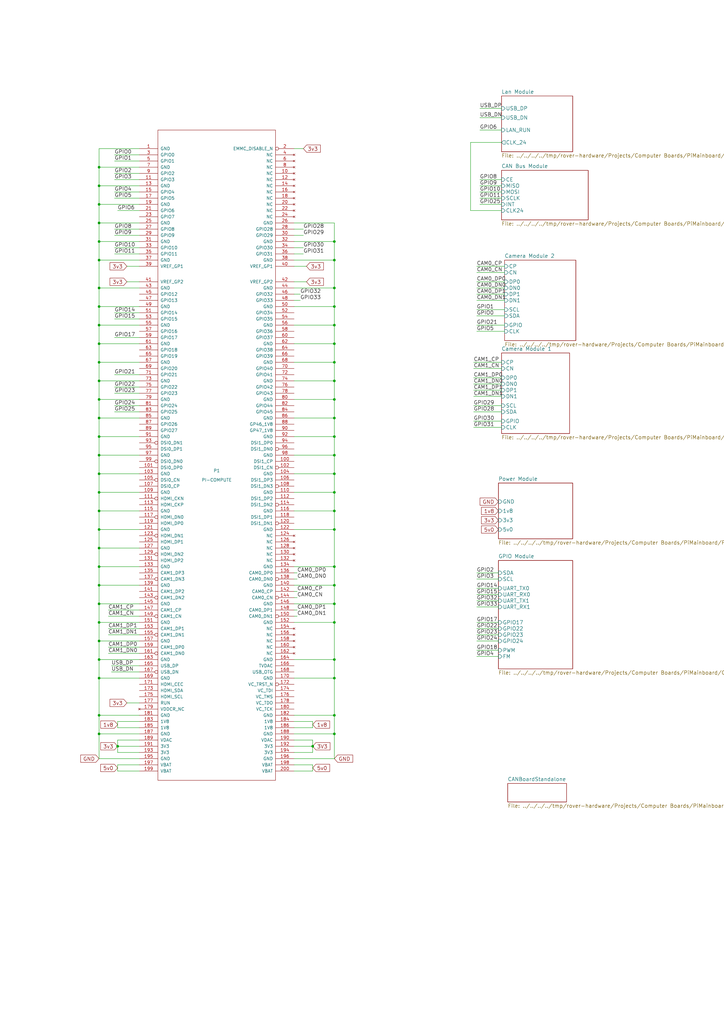
<source format=kicad_sch>
(kicad_sch (version 20230121) (generator eeschema)
  (paper "A3" portrait)
  (title_block (title "Rover Mainboard") (date "2015-11-08") (rev "1") (company "University of Saskatchewan Space Design Team") (comment 2 "Checked: <CHECK ME!>") (comment 3 "Design: Austin Shirley"))
  (lib_symbols
    (symbol "PiMainboard-rescue:PI-COMPUTE" (pin_names (offset 1.016))
      (property "Reference" "P" (at 0 -2.54 0))
      (property "Value" "PI-COMPUTE" (at 0 -6.35 0))
      (symbol "PI-COMPUTE_1_0"
        (rectangle (start -24.13 -129.54) (end 24.13 137.16))
      )
      (symbol "PI-COMPUTE_1_1"
        (pin power_in line (at -31.75 129.54 0) (length 7.62) (name "GND") (number "1"))
        (pin no_connect line (at 31.75 119.38 180) (length 7.62) (name "NC") (number "10"))
        (pin output line (at 31.75 1.27 180) (length 7.62) (name "DSI1_CP") (number "100"))
        (pin output line (at -31.75 -1.27 0) (length 7.62) (name "DSI0_DP0") (number "101"))
        (pin output inverted (at 31.75 -1.27 180) (length 7.62) (name "DSI1_CN") (number "102"))
        (pin power_in line (at -31.75 -3.81 0) (length 7.62) (name "GND") (number "103"))
        (pin power_in line (at 31.75 -3.81 180) (length 7.62) (name "GND") (number "104"))
        (pin output inverted (at -31.75 -6.35 0) (length 7.62) (name "DSI0_CN") (number "105"))
        (pin output line (at 31.75 -6.35 180) (length 7.62) (name "DSI1_DP3") (number "106"))
        (pin output line (at -31.75 -8.89 0) (length 7.62) (name "DSI0_CP") (number "107"))
        (pin output inverted (at 31.75 -8.89 180) (length 7.62) (name "DSI1_DN3") (number "108"))
        (pin power_in line (at -31.75 -11.43 0) (length 7.62) (name "GND") (number "109"))
        (pin bidirectional line (at -31.75 116.84 0) (length 7.62) (name "GPIO3") (number "11"))
        (pin power_in line (at 31.75 -11.43 180) (length 7.62) (name "GND") (number "110"))
        (pin output inverted (at -31.75 -13.97 0) (length 7.62) (name "HDMI_CKN") (number "111"))
        (pin output line (at 31.75 -13.97 180) (length 7.62) (name "DSI1_DP2") (number "112"))
        (pin output line (at -31.75 -16.51 0) (length 7.62) (name "HDMI_CKP") (number "113"))
        (pin output inverted (at 31.75 -16.51 180) (length 7.62) (name "DSI1_DN2") (number "114"))
        (pin power_in line (at -31.75 -19.05 0) (length 7.62) (name "GND") (number "115"))
        (pin power_in line (at 31.75 -19.05 180) (length 7.62) (name "GND") (number "116"))
        (pin output inverted (at -31.75 -21.59 0) (length 7.62) (name "HDMI_DN0") (number "117"))
        (pin output line (at 31.75 -21.59 180) (length 7.62) (name "DSI1_DP1") (number "118"))
        (pin output line (at -31.75 -24.13 0) (length 7.62) (name "HDMI_DP0") (number "119"))
        (pin no_connect line (at 31.75 116.84 180) (length 7.62) (name "NC") (number "12"))
        (pin output inverted (at 31.75 -24.13 180) (length 7.62) (name "DSI1_DN1") (number "120"))
        (pin power_in line (at -31.75 -26.67 0) (length 7.62) (name "GND") (number "121"))
        (pin power_in line (at 31.75 -26.67 180) (length 7.62) (name "GND") (number "122"))
        (pin output inverted (at -31.75 -29.21 0) (length 7.62) (name "HDMI_DN1") (number "123"))
        (pin no_connect line (at 31.75 -29.21 180) (length 7.62) (name "NC") (number "124"))
        (pin output line (at -31.75 -31.75 0) (length 7.62) (name "HDMI_DP1") (number "125"))
        (pin no_connect line (at 31.75 -31.75 180) (length 7.62) (name "NC") (number "126"))
        (pin power_in line (at -31.75 -34.29 0) (length 7.62) (name "GND") (number "127"))
        (pin no_connect line (at 31.75 -34.29 180) (length 7.62) (name "NC") (number "128"))
        (pin output inverted (at -31.75 -36.83 0) (length 7.62) (name "HDMI_DN2") (number "129"))
        (pin power_in line (at -31.75 114.3 0) (length 7.62) (name "GND") (number "13"))
        (pin no_connect line (at 31.75 -36.83 180) (length 7.62) (name "NC") (number "130"))
        (pin output line (at -31.75 -39.37 0) (length 7.62) (name "HDMI_DP2") (number "131"))
        (pin no_connect line (at 31.75 -39.37 180) (length 7.62) (name "NC") (number "132"))
        (pin power_in line (at -31.75 -41.91 0) (length 7.62) (name "GND") (number "133"))
        (pin power_in line (at 31.75 -41.91 180) (length 7.62) (name "GND") (number "134"))
        (pin output line (at -31.75 -44.45 0) (length 7.62) (name "CAM1_DP3") (number "135"))
        (pin input line (at 31.75 -44.45 180) (length 7.62) (name "CAM0_DP0") (number "136"))
        (pin input inverted (at -31.75 -46.99 0) (length 7.62) (name "CAM1_DN3") (number "137"))
        (pin input inverted (at 31.75 -46.99 180) (length 7.62) (name "CAM0_DN0") (number "138"))
        (pin power_in line (at -31.75 -49.53 0) (length 7.62) (name "GND") (number "139"))
        (pin no_connect line (at 31.75 114.3 180) (length 7.62) (name "NC") (number "14"))
        (pin power_in line (at 31.75 -49.53 180) (length 7.62) (name "GND") (number "140"))
        (pin input line (at -31.75 -52.07 0) (length 7.62) (name "CAM1_DP2") (number "141"))
        (pin input line (at 31.75 -52.07 180) (length 7.62) (name "CAM0_CP") (number "142"))
        (pin input inverted (at -31.75 -54.61 0) (length 7.62) (name "CAM1_DN2") (number "143"))
        (pin input inverted (at 31.75 -54.61 180) (length 7.62) (name "CAM0_CN") (number "144"))
        (pin power_in line (at -31.75 -57.15 0) (length 7.62) (name "GND") (number "145"))
        (pin power_in line (at 31.75 -57.15 180) (length 7.62) (name "GND") (number "146"))
        (pin input line (at -31.75 -59.69 0) (length 7.62) (name "CAM1_CP") (number "147"))
        (pin input line (at 31.75 -59.69 180) (length 7.62) (name "CAM0_DP1") (number "148"))
        (pin input inverted (at -31.75 -62.23 0) (length 7.62) (name "CAM1_CN") (number "149"))
        (pin bidirectional line (at -31.75 111.76 0) (length 7.62) (name "GPIO4") (number "15"))
        (pin input inverted (at 31.75 -62.23 180) (length 7.62) (name "CAM0_DN1") (number "150"))
        (pin power_in line (at -31.75 -64.77 0) (length 7.62) (name "GND") (number "151"))
        (pin power_in line (at 31.75 -64.77 180) (length 7.62) (name "GND") (number "152"))
        (pin input line (at -31.75 -67.31 0) (length 7.62) (name "CAM1_DP1") (number "153"))
        (pin no_connect line (at 31.75 -67.31 180) (length 7.62) (name "NC") (number "154"))
        (pin input inverted (at -31.75 -69.85 0) (length 7.62) (name "CAM1_DN1") (number "155"))
        (pin no_connect line (at 31.75 -69.85 180) (length 7.62) (name "NC") (number "156"))
        (pin power_in line (at -31.75 -72.39 0) (length 7.62) (name "GND") (number "157"))
        (pin no_connect line (at 31.75 -72.39 180) (length 7.62) (name "NC") (number "158"))
        (pin input line (at -31.75 -74.93 0) (length 7.62) (name "CAM1_DP0") (number "159"))
        (pin no_connect line (at 31.75 111.76 180) (length 7.62) (name "NC") (number "16"))
        (pin no_connect line (at 31.75 -74.93 180) (length 7.62) (name "NC") (number "160"))
        (pin input inverted (at -31.75 -77.47 0) (length 7.62) (name "CAM1_DN0") (number "161"))
        (pin no_connect line (at 31.75 -77.47 180) (length 7.62) (name "NC") (number "162"))
        (pin power_in line (at -31.75 -80.01 0) (length 7.62) (name "GND") (number "163"))
        (pin power_in line (at 31.75 -80.01 180) (length 7.62) (name "GND") (number "164"))
        (pin bidirectional line (at -31.75 -82.55 0) (length 7.62) (name "USB_DP") (number "165"))
        (pin output line (at 31.75 -82.55 180) (length 7.62) (name "TVDAC") (number "166"))
        (pin bidirectional inverted (at -31.75 -85.09 0) (length 7.62) (name "USB_DN") (number "167"))
        (pin output line (at 31.75 -85.09 180) (length 7.62) (name "USB_OTG") (number "168"))
        (pin power_in line (at -31.75 -87.63 0) (length 7.62) (name "GND") (number "169"))
        (pin bidirectional line (at -31.75 109.22 0) (length 7.62) (name "GPIO5") (number "17"))
        (pin power_in line (at 31.75 -87.63 180) (length 7.62) (name "GND") (number "170"))
        (pin output line (at -31.75 -90.17 0) (length 7.62) (name "HDMI_CEC") (number "171"))
        (pin input inverted (at 31.75 -90.17 180) (length 7.62) (name "VC_TRST_N") (number "172"))
        (pin output line (at -31.75 -92.71 0) (length 7.62) (name "HDMI_SDA") (number "173"))
        (pin input line (at 31.75 -92.71 180) (length 7.62) (name "VC_TDI") (number "174"))
        (pin output line (at -31.75 -95.25 0) (length 7.62) (name "HDMI_SCL") (number "175"))
        (pin input line (at 31.75 -95.25 180) (length 7.62) (name "VC_TMS") (number "176"))
        (pin input line (at -31.75 -97.79 0) (length 7.62) (name "RUN") (number "177"))
        (pin output line (at 31.75 -97.79 180) (length 7.62) (name "VC_TDO") (number "178"))
        (pin no_connect line (at -31.75 -100.33 0) (length 7.62) (name "VDDCR_NC") (number "179"))
        (pin no_connect line (at 31.75 109.22 180) (length 7.62) (name "NC") (number "18"))
        (pin input line (at 31.75 -100.33 180) (length 7.62) (name "VC_TCK") (number "180"))
        (pin power_in line (at -31.75 -102.87 0) (length 7.62) (name "GND") (number "181"))
        (pin power_in line (at 31.75 -102.87 180) (length 7.62) (name "GND") (number "182"))
        (pin power_in line (at -31.75 -105.41 0) (length 7.62) (name "1V8") (number "183"))
        (pin power_in line (at 31.75 -105.41 180) (length 7.62) (name "1V8") (number "184"))
        (pin power_in line (at -31.75 -107.95 0) (length 7.62) (name "1V8") (number "185"))
        (pin power_in line (at 31.75 -107.95 180) (length 7.62) (name "1V8") (number "186"))
        (pin power_in line (at -31.75 -110.49 0) (length 7.62) (name "GND") (number "187"))
        (pin power_in line (at 31.75 -110.49 180) (length 7.62) (name "GND") (number "188"))
        (pin power_in line (at -31.75 -113.03 0) (length 7.62) (name "VDAC") (number "189"))
        (pin power_in line (at -31.75 106.68 0) (length 7.62) (name "GND") (number "19"))
        (pin power_in line (at 31.75 -113.03 180) (length 7.62) (name "VDAC") (number "190"))
        (pin power_in line (at -31.75 -115.57 0) (length 7.62) (name "3V3") (number "191"))
        (pin power_in line (at 31.75 -115.57 180) (length 7.62) (name "3V3") (number "192"))
        (pin power_in line (at -31.75 -118.11 0) (length 7.62) (name "3V3") (number "193"))
        (pin power_in line (at 31.75 -118.11 180) (length 7.62) (name "3V3") (number "194"))
        (pin power_in line (at -31.75 -120.65 0) (length 7.62) (name "GND") (number "195"))
        (pin power_in line (at 31.75 -120.65 180) (length 7.62) (name "GND") (number "196"))
        (pin power_in line (at -31.75 -123.19 0) (length 7.62) (name "VBAT") (number "197"))
        (pin power_in line (at 31.75 -123.19 180) (length 7.62) (name "VBAT") (number "198"))
        (pin power_in line (at -31.75 -125.73 0) (length 7.62) (name "VBAT") (number "199"))
        (pin input inverted (at 31.75 129.54 180) (length 7.62) (name "EMMC_DISABLE_N") (number "2"))
        (pin no_connect line (at 31.75 106.68 180) (length 7.62) (name "NC") (number "20"))
        (pin power_in line (at 31.75 -125.73 180) (length 7.62) (name "VBAT") (number "200"))
        (pin bidirectional line (at -31.75 104.14 0) (length 7.62) (name "GPIO6") (number "21"))
        (pin no_connect line (at 31.75 104.14 180) (length 7.62) (name "NC") (number "22"))
        (pin bidirectional line (at -31.75 101.6 0) (length 7.62) (name "GPIO7") (number "23"))
        (pin no_connect line (at 31.75 101.6 180) (length 7.62) (name "NC") (number "24"))
        (pin power_in line (at -31.75 99.06 0) (length 7.62) (name "GND") (number "25"))
        (pin power_in line (at 31.75 99.06 180) (length 7.62) (name "GND") (number "26"))
        (pin bidirectional line (at -31.75 96.52 0) (length 7.62) (name "GPIO8") (number "27"))
        (pin bidirectional line (at 31.75 96.52 180) (length 7.62) (name "GPIO28") (number "28"))
        (pin bidirectional line (at -31.75 93.98 0) (length 7.62) (name "GPIO9") (number "29"))
        (pin bidirectional line (at -31.75 127 0) (length 7.62) (name "GPIO0") (number "3"))
        (pin bidirectional line (at 31.75 93.98 180) (length 7.62) (name "GPIO29") (number "30"))
        (pin power_in line (at -31.75 91.44 0) (length 7.62) (name "GND") (number "31"))
        (pin power_in line (at 31.75 91.44 180) (length 7.62) (name "GND") (number "32"))
        (pin bidirectional line (at -31.75 88.9 0) (length 7.62) (name "GPIO10") (number "33"))
        (pin bidirectional line (at 31.75 88.9 180) (length 7.62) (name "GPIO30") (number "34"))
        (pin bidirectional line (at -31.75 86.36 0) (length 7.62) (name "GPIO11") (number "35"))
        (pin bidirectional line (at 31.75 86.36 180) (length 7.62) (name "GPIO31") (number "36"))
        (pin power_in line (at -31.75 83.82 0) (length 7.62) (name "GND") (number "37"))
        (pin power_in line (at 31.75 83.82 180) (length 7.62) (name "GND") (number "38"))
        (pin power_in line (at -31.75 81.28 0) (length 7.62) (name "VREF_GP1") (number "39"))
        (pin no_connect line (at 31.75 127 180) (length 7.62) (name "NC") (number "4"))
        (pin power_in line (at 31.75 81.28 180) (length 7.62) (name "VREF_GP1") (number "40"))
        (pin power_in line (at -31.75 74.93 0) (length 7.62) (name "VREF_GP2") (number "41"))
        (pin power_in line (at 31.75 74.93 180) (length 7.62) (name "VREF_GP2") (number "42"))
        (pin power_in line (at -31.75 72.39 0) (length 7.62) (name "GND") (number "43"))
        (pin power_in line (at 31.75 72.39 180) (length 7.62) (name "GND") (number "44"))
        (pin bidirectional line (at -31.75 69.85 0) (length 7.62) (name "GPIO12") (number "45"))
        (pin bidirectional line (at 31.75 69.85 180) (length 7.62) (name "GPIO32") (number "46"))
        (pin bidirectional line (at -31.75 67.31 0) (length 7.62) (name "GPIO13") (number "47"))
        (pin bidirectional line (at 31.75 67.31 180) (length 7.62) (name "GPIO33") (number "48"))
        (pin power_in line (at -31.75 64.77 0) (length 7.62) (name "GND") (number "49"))
        (pin bidirectional line (at -31.75 124.46 0) (length 7.62) (name "GPIO1") (number "5"))
        (pin power_in line (at 31.75 64.77 180) (length 7.62) (name "GND") (number "50"))
        (pin bidirectional line (at -31.75 62.23 0) (length 7.62) (name "GPIO14") (number "51"))
        (pin bidirectional line (at 31.75 62.23 180) (length 7.62) (name "GPIO34") (number "52"))
        (pin bidirectional line (at -31.75 59.69 0) (length 7.62) (name "GPIO15") (number "53"))
        (pin bidirectional line (at 31.75 59.69 180) (length 7.62) (name "GPIO35") (number "54"))
        (pin power_in line (at -31.75 57.15 0) (length 7.62) (name "GND") (number "55"))
        (pin power_in line (at 31.75 57.15 180) (length 7.62) (name "GND") (number "56"))
        (pin bidirectional line (at -31.75 54.61 0) (length 7.62) (name "GPIO16") (number "57"))
        (pin bidirectional line (at 31.75 54.61 180) (length 7.62) (name "GPIO36") (number "58"))
        (pin bidirectional line (at -31.75 52.07 0) (length 7.62) (name "GPIO17") (number "59"))
        (pin no_connect line (at 31.75 124.46 180) (length 7.62) (name "NC") (number "6"))
        (pin bidirectional line (at 31.75 52.07 180) (length 7.62) (name "GPIO37") (number "60"))
        (pin power_in line (at -31.75 49.53 0) (length 7.62) (name "GND") (number "61"))
        (pin power_in line (at 31.75 49.53 180) (length 7.62) (name "GND") (number "62"))
        (pin bidirectional line (at -31.75 46.99 0) (length 7.62) (name "GPIO18") (number "63"))
        (pin bidirectional line (at 31.75 46.99 180) (length 7.62) (name "GPIO38") (number "64"))
        (pin bidirectional line (at -31.75 44.45 0) (length 7.62) (name "GPIO19") (number "65"))
        (pin bidirectional line (at 31.75 44.45 180) (length 7.62) (name "GPIO39") (number "66"))
        (pin power_in line (at -31.75 41.91 0) (length 7.62) (name "GND") (number "67"))
        (pin power_in line (at 31.75 41.91 180) (length 7.62) (name "GND") (number "68"))
        (pin bidirectional line (at -31.75 39.37 0) (length 7.62) (name "GPIO20") (number "69"))
        (pin power_in line (at -31.75 121.92 0) (length 7.62) (name "GND") (number "7"))
        (pin bidirectional line (at 31.75 39.37 180) (length 7.62) (name "GPIO40") (number "70"))
        (pin bidirectional line (at -31.75 36.83 0) (length 7.62) (name "GPIO21") (number "71"))
        (pin bidirectional line (at 31.75 36.83 180) (length 7.62) (name "GPIO41") (number "72"))
        (pin power_in line (at -31.75 34.29 0) (length 7.62) (name "GND") (number "73"))
        (pin power_in line (at 31.75 34.29 180) (length 7.62) (name "GND") (number "74"))
        (pin bidirectional line (at -31.75 31.75 0) (length 7.62) (name "GPIO22") (number "75"))
        (pin bidirectional line (at 31.75 31.75 180) (length 7.62) (name "GPIO42") (number "76"))
        (pin bidirectional line (at -31.75 29.21 0) (length 7.62) (name "GPIO23") (number "77"))
        (pin bidirectional line (at 31.75 29.21 180) (length 7.62) (name "GPIO43") (number "78"))
        (pin power_in line (at -31.75 26.67 0) (length 7.62) (name "GND") (number "79"))
        (pin no_connect line (at 31.75 121.92 180) (length 7.62) (name "NC") (number "8"))
        (pin power_in line (at 31.75 26.67 180) (length 7.62) (name "GND") (number "80"))
        (pin bidirectional line (at -31.75 24.13 0) (length 7.62) (name "GPIO24") (number "81"))
        (pin bidirectional line (at 31.75 24.13 180) (length 7.62) (name "GPIO44") (number "82"))
        (pin bidirectional line (at -31.75 21.59 0) (length 7.62) (name "GPIO25") (number "83"))
        (pin bidirectional line (at 31.75 21.59 180) (length 7.62) (name "GPIO45") (number "84"))
        (pin power_in line (at -31.75 19.05 0) (length 7.62) (name "GND") (number "85"))
        (pin power_in line (at 31.75 19.05 180) (length 7.62) (name "GND") (number "86"))
        (pin bidirectional line (at -31.75 16.51 0) (length 7.62) (name "GPIO26") (number "87"))
        (pin output line (at 31.75 16.51 180) (length 7.62) (name "GP46_1V8") (number "88"))
        (pin bidirectional line (at -31.75 13.97 0) (length 7.62) (name "GPIO27") (number "89"))
        (pin bidirectional line (at -31.75 119.38 0) (length 7.62) (name "GPIO2") (number "9"))
        (pin output line (at 31.75 13.97 180) (length 7.62) (name "GP47_1V8") (number "90"))
        (pin power_in line (at -31.75 11.43 0) (length 7.62) (name "GND") (number "91"))
        (pin power_in line (at 31.75 11.43 180) (length 7.62) (name "GND") (number "92"))
        (pin output inverted (at -31.75 8.89 0) (length 7.62) (name "DSI0_DN1") (number "93"))
        (pin output line (at 31.75 8.89 180) (length 7.62) (name "DSI1_DP0") (number "94"))
        (pin output line (at -31.75 6.35 0) (length 7.62) (name "DSI0_DP1") (number "95"))
        (pin output inverted (at 31.75 6.35 180) (length 7.62) (name "DSI1_DN0") (number "96"))
        (pin power_in line (at -31.75 3.81 0) (length 7.62) (name "GND") (number "97"))
        (pin power_in line (at 31.75 3.81 180) (length 7.62) (name "GND") (number "98"))
        (pin output inverted (at -31.75 1.27 0) (length 7.62) (name "DSI0_DN0") (number "99"))
      )
    )
  )
  (junction (at 40.64 255.27))
  (junction (at 137.16 133.35))
  (junction (at 137.16 247.65))
  (junction (at 40.64 293.37))
  (junction (at 137.16 278.13))
  (junction (at 40.64 140.97))
  (junction (at 40.64 99.06))
  (junction (at 40.64 300.99))
  (junction (at 137.16 118.11))
  (junction (at 40.64 148.59))
  (junction (at 40.64 201.93))
  (junction (at 40.64 278.13))
  (junction (at 40.64 194.31))
  (junction (at 40.64 179.07))
  (junction (at 137.16 163.83))
  (junction (at 40.64 156.21))
  (junction (at 137.16 201.93))
  (junction (at 137.16 194.31))
  (junction (at 40.64 209.55))
  (junction (at 40.64 217.17))
  (junction (at 137.16 293.37))
  (junction (at 40.64 83.82))
  (junction (at 137.16 99.06))
  (junction (at 137.16 148.59))
  (junction (at 137.16 270.51))
  (junction (at 40.64 125.73))
  (junction (at 40.64 76.2))
  (junction (at 40.64 232.41))
  (junction (at 40.64 68.58))
  (junction (at 40.64 91.44))
  (junction (at 137.16 300.99))
  (junction (at 137.16 240.03))
  (junction (at 137.16 179.07))
  (junction (at 137.16 171.45))
  (junction (at 137.16 106.68))
  (junction (at 40.64 186.69))
  (junction (at 40.64 171.45))
  (junction (at 137.16 209.55))
  (junction (at 40.64 106.68))
  (junction (at 40.64 240.03))
  (junction (at 40.64 118.11))
  (junction (at 40.64 133.35))
  (junction (at 40.64 224.79))
  (junction (at 137.16 217.17))
  (junction (at 137.16 140.97))
  (junction (at 40.64 270.51))
  (junction (at 40.64 163.83))
  (junction (at 137.16 156.21))
  (junction (at 137.16 125.73))
  (junction (at 137.16 186.69))
  (junction (at 40.64 262.89))
  (junction (at 137.16 232.41))
  (junction (at 48.26 306.07))
  (junction (at 137.16 255.27))
  (junction (at 40.64 247.65))
  (junction (at 128.27 306.07))
  (wire (pts (xy 57.15 130.81) (xy 46.99 130.81)))
  (wire (pts (xy 57.15 273.05) (xy 45.72 273.05)))
  (wire (pts (xy 205.74 58.42) (xy 193.04 58.42)))
  (wire (pts (xy 195.58 123.19) (xy 207.01 123.19)))
  (wire (pts (xy 40.64 240.03) (xy 40.64 247.65)))
  (wire (pts (xy 120.65 96.52) (xy 124.46 96.52)))
  (wire (pts (xy 40.64 209.55) (xy 40.64 217.17)))
  (wire (pts (xy 40.64 179.07) (xy 40.64 186.69)))
  (wire (pts (xy 128.27 295.91) (xy 128.27 298.45)))
  (wire (pts (xy 57.15 201.93) (xy 40.64 201.93)))
  (wire (pts (xy 194.31 160.02) (xy 205.74 160.02)))
  (wire (pts (xy 193.04 86.36) (xy 205.74 86.36)))
  (wire (pts (xy 57.15 96.52) (xy 46.99 96.52)))
  (wire (pts (xy 120.65 104.14) (xy 124.46 104.14)))
  (wire (pts (xy 40.64 60.96) (xy 57.15 60.96)))
  (wire (pts (xy 40.64 68.58) (xy 40.64 76.2)))
  (wire (pts (xy 57.15 138.43) (xy 46.99 138.43)))
  (wire (pts (xy 40.64 156.21) (xy 40.64 163.83)))
  (wire (pts (xy 120.65 250.19) (xy 121.92 250.19)))
  (wire (pts (xy 137.16 194.31) (xy 137.16 201.93)))
  (wire (pts (xy 57.15 104.14) (xy 46.99 104.14)))
  (wire (pts (xy 137.16 91.44) (xy 137.16 99.06)))
  (wire (pts (xy 204.47 262.89) (xy 195.58 262.89)))
  (wire (pts (xy 40.64 194.31) (xy 40.64 201.93)))
  (wire (pts (xy 120.65 120.65) (xy 123.19 120.65)))
  (wire (pts (xy 120.65 209.55) (xy 137.16 209.55)))
  (wire (pts (xy 120.65 234.95) (xy 121.92 234.95)))
  (wire (pts (xy 137.16 133.35) (xy 120.65 133.35)))
  (wire (pts (xy 205.74 168.91) (xy 194.31 168.91)))
  (wire (pts (xy 137.16 179.07) (xy 137.16 186.69)))
  (wire (pts (xy 40.64 60.96) (xy 40.64 68.58)))
  (wire (pts (xy 57.15 168.91) (xy 46.99 168.91)))
  (wire (pts (xy 137.16 171.45) (xy 137.16 179.07)))
  (wire (pts (xy 40.64 300.99) (xy 40.64 311.15)))
  (wire (pts (xy 48.26 306.07) (xy 48.26 308.61)))
  (wire (pts (xy 40.64 278.13) (xy 40.64 293.37)))
  (wire (pts (xy 207.01 135.89) (xy 195.58 135.89)))
  (wire (pts (xy 57.15 115.57) (xy 52.07 115.57)))
  (wire (pts (xy 194.31 148.59) (xy 205.74 148.59)))
  (wire (pts (xy 120.65 232.41) (xy 137.16 232.41)))
  (wire (pts (xy 57.15 255.27) (xy 40.64 255.27)))
  (wire (pts (xy 137.16 99.06) (xy 120.65 99.06)))
  (wire (pts (xy 57.15 81.28) (xy 46.99 81.28)))
  (wire (pts (xy 40.64 300.99) (xy 57.15 300.99)))
  (wire (pts (xy 120.65 242.57) (xy 121.92 242.57)))
  (wire (pts (xy 57.15 91.44) (xy 40.64 91.44)))
  (wire (pts (xy 57.15 78.74) (xy 46.99 78.74)))
  (wire (pts (xy 57.15 68.58) (xy 40.64 68.58)))
  (wire (pts (xy 137.16 125.73) (xy 137.16 133.35)))
  (wire (pts (xy 194.31 162.56) (xy 205.74 162.56)))
  (wire (pts (xy 57.15 303.53) (xy 48.26 303.53)))
  (wire (pts (xy 40.64 293.37) (xy 57.15 293.37)))
  (wire (pts (xy 57.15 66.04) (xy 46.99 66.04)))
  (wire (pts (xy 120.65 237.49) (xy 121.92 237.49)))
  (wire (pts (xy 57.15 153.67) (xy 46.99 153.67)))
  (wire (pts (xy 57.15 186.69) (xy 40.64 186.69)))
  (wire (pts (xy 57.15 257.81) (xy 44.45 257.81)))
  (wire (pts (xy 205.74 166.37) (xy 194.31 166.37)))
  (wire (pts (xy 194.31 151.13) (xy 205.74 151.13)))
  (wire (pts (xy 137.16 118.11) (xy 137.16 125.73)))
  (wire (pts (xy 196.85 73.66) (xy 205.74 73.66)))
  (wire (pts (xy 40.64 99.06) (xy 40.64 106.68)))
  (wire (pts (xy 40.64 311.15) (xy 57.15 311.15)))
  (wire (pts (xy 207.01 129.54) (xy 195.58 129.54)))
  (wire (pts (xy 57.15 313.69) (xy 48.26 313.69)))
  (wire (pts (xy 120.65 163.83) (xy 137.16 163.83)))
  (wire (pts (xy 194.31 154.94) (xy 205.74 154.94)))
  (wire (pts (xy 57.15 171.45) (xy 40.64 171.45)))
  (wire (pts (xy 40.64 186.69) (xy 40.64 194.31)))
  (wire (pts (xy 57.15 83.82) (xy 40.64 83.82)))
  (wire (pts (xy 40.64 76.2) (xy 40.64 83.82)))
  (wire (pts (xy 40.64 163.83) (xy 40.64 171.45)))
  (wire (pts (xy 120.65 60.96) (xy 124.46 60.96)))
  (wire (pts (xy 57.15 166.37) (xy 46.99 166.37)))
  (wire (pts (xy 57.15 247.65) (xy 40.64 247.65)))
  (wire (pts (xy 48.26 298.45) (xy 57.15 298.45)))
  (wire (pts (xy 48.26 313.69) (xy 48.26 316.23)))
  (wire (pts (xy 120.65 306.07) (xy 128.27 306.07)))
  (wire (pts (xy 120.65 194.31) (xy 137.16 194.31)))
  (wire (pts (xy 40.64 118.11) (xy 40.64 125.73)))
  (wire (pts (xy 137.16 106.68) (xy 120.65 106.68)))
  (wire (pts (xy 40.64 91.44) (xy 40.64 99.06)))
  (wire (pts (xy 120.65 270.51) (xy 137.16 270.51)))
  (wire (pts (xy 57.15 209.55) (xy 40.64 209.55)))
  (wire (pts (xy 120.65 156.21) (xy 137.16 156.21)))
  (wire (pts (xy 57.15 101.6) (xy 46.99 101.6)))
  (wire (pts (xy 120.65 93.98) (xy 124.46 93.98)))
  (wire (pts (xy 57.15 194.31) (xy 40.64 194.31)))
  (wire (pts (xy 137.16 140.97) (xy 120.65 140.97)))
  (wire (pts (xy 40.64 232.41) (xy 40.64 240.03)))
  (wire (pts (xy 40.64 270.51) (xy 40.64 278.13)))
  (wire (pts (xy 57.15 99.06) (xy 40.64 99.06)))
  (wire (pts (xy 137.16 163.83) (xy 137.16 171.45)))
  (wire (pts (xy 57.15 232.41) (xy 40.64 232.41)))
  (wire (pts (xy 57.15 267.97) (xy 44.45 267.97)))
  (wire (pts (xy 204.47 266.7) (xy 195.58 266.7)))
  (wire (pts (xy 48.26 316.23) (xy 57.15 316.23)))
  (wire (pts (xy 137.16 125.73) (xy 120.65 125.73)))
  (wire (pts (xy 57.15 109.22) (xy 52.07 109.22)))
  (wire (pts (xy 57.15 265.43) (xy 44.45 265.43)))
  (wire (pts (xy 128.27 316.23) (xy 120.65 316.23)))
  (wire (pts (xy 137.16 278.13) (xy 137.16 293.37)))
  (wire (pts (xy 137.16 156.21) (xy 137.16 163.83)))
  (wire (pts (xy 57.15 156.21) (xy 40.64 156.21)))
  (wire (pts (xy 57.15 158.75) (xy 46.99 158.75)))
  (wire (pts (xy 57.15 125.73) (xy 40.64 125.73)))
  (wire (pts (xy 128.27 303.53) (xy 128.27 306.07)))
  (wire (pts (xy 207.01 133.35) (xy 195.58 133.35)))
  (wire (pts (xy 40.64 106.68) (xy 40.64 118.11)))
  (wire (pts (xy 40.64 133.35) (xy 40.64 140.97)))
  (wire (pts (xy 40.64 262.89) (xy 57.15 262.89)))
  (wire (pts (xy 57.15 217.17) (xy 40.64 217.17)))
  (wire (pts (xy 40.64 83.82) (xy 40.64 91.44)))
  (wire (pts (xy 205.74 48.26) (xy 196.85 48.26)))
  (wire (pts (xy 57.15 86.36) (xy 48.26 86.36)))
  (wire (pts (xy 57.15 71.12) (xy 46.99 71.12)))
  (wire (pts (xy 137.16 232.41) (xy 137.16 240.03)))
  (wire (pts (xy 195.58 109.22) (xy 207.01 109.22)))
  (wire (pts (xy 137.16 240.03) (xy 137.16 247.65)))
  (wire (pts (xy 120.65 278.13) (xy 137.16 278.13)))
  (wire (pts (xy 40.64 247.65) (xy 40.64 255.27)))
  (wire (pts (xy 137.16 247.65) (xy 137.16 255.27)))
  (wire (pts (xy 205.74 44.45) (xy 196.85 44.45)))
  (wire (pts (xy 57.15 73.66) (xy 46.99 73.66)))
  (wire (pts (xy 205.74 172.72) (xy 194.31 172.72)))
  (wire (pts (xy 57.15 106.68) (xy 40.64 106.68)))
  (wire (pts (xy 137.16 300.99) (xy 137.16 311.15)))
  (wire (pts (xy 120.65 101.6) (xy 124.46 101.6)))
  (wire (pts (xy 120.65 109.22) (xy 125.73 109.22)))
  (wire (pts (xy 40.64 262.89) (xy 40.64 270.51)))
  (wire (pts (xy 120.65 313.69) (xy 128.27 313.69)))
  (wire (pts (xy 57.15 260.35) (xy 44.45 260.35)))
  (wire (pts (xy 128.27 298.45) (xy 120.65 298.45)))
  (wire (pts (xy 40.64 293.37) (xy 40.64 300.99)))
  (wire (pts (xy 57.15 240.03) (xy 40.64 240.03)))
  (wire (pts (xy 40.64 270.51) (xy 57.15 270.51)))
  (wire (pts (xy 40.64 255.27) (xy 40.64 262.89)))
  (wire (pts (xy 193.04 58.42) (xy 193.04 86.36)))
  (wire (pts (xy 137.16 217.17) (xy 137.16 232.41)))
  (wire (pts (xy 120.65 217.17) (xy 137.16 217.17)))
  (wire (pts (xy 48.26 295.91) (xy 48.26 298.45)))
  (wire (pts (xy 120.65 201.93) (xy 137.16 201.93)))
  (wire (pts (xy 137.16 99.06) (xy 137.16 106.68)))
  (wire (pts (xy 137.16 148.59) (xy 120.65 148.59)))
  (wire (pts (xy 57.15 224.79) (xy 40.64 224.79)))
  (wire (pts (xy 120.65 91.44) (xy 137.16 91.44)))
  (wire (pts (xy 137.16 106.68) (xy 137.16 118.11)))
  (wire (pts (xy 120.65 179.07) (xy 137.16 179.07)))
  (wire (pts (xy 207.01 127) (xy 195.58 127)))
  (wire (pts (xy 128.27 308.61) (xy 120.65 308.61)))
  (wire (pts (xy 205.74 53.34) (xy 196.85 53.34)))
  (wire (pts (xy 137.16 255.27) (xy 137.16 270.51)))
  (wire (pts (xy 120.65 247.65) (xy 137.16 247.65)))
  (wire (pts (xy 137.16 148.59) (xy 137.16 156.21)))
  (wire (pts (xy 120.65 255.27) (xy 137.16 255.27)))
  (wire (pts (xy 137.16 311.15) (xy 120.65 311.15)))
  (wire (pts (xy 137.16 186.69) (xy 137.16 194.31)))
  (wire (pts (xy 137.16 133.35) (xy 137.16 140.97)))
  (wire (pts (xy 57.15 140.97) (xy 40.64 140.97)))
  (wire (pts (xy 137.16 293.37) (xy 137.16 300.99)))
  (wire (pts (xy 204.47 248.92) (xy 195.58 248.92)))
  (wire (pts (xy 128.27 306.07) (xy 128.27 308.61)))
  (wire (pts (xy 57.15 118.11) (xy 40.64 118.11)))
  (wire (pts (xy 57.15 275.59) (xy 45.72 275.59)))
  (wire (pts (xy 196.85 81.28) (xy 205.74 81.28)))
  (wire (pts (xy 57.15 163.83) (xy 40.64 163.83)))
  (wire (pts (xy 195.58 115.57) (xy 207.01 115.57)))
  (wire (pts (xy 57.15 306.07) (xy 48.26 306.07)))
  (wire (pts (xy 57.15 295.91) (xy 48.26 295.91)))
  (wire (pts (xy 137.16 270.51) (xy 137.16 278.13)))
  (wire (pts (xy 44.45 250.19) (xy 57.15 250.19)))
  (wire (pts (xy 196.85 78.74) (xy 205.74 78.74)))
  (wire (pts (xy 137.16 209.55) (xy 137.16 217.17)))
  (wire (pts (xy 204.47 260.35) (xy 195.58 260.35)))
  (wire (pts (xy 120.65 245.11) (xy 121.92 245.11)))
  (wire (pts (xy 120.65 300.99) (xy 137.16 300.99)))
  (wire (pts (xy 195.58 120.65) (xy 207.01 120.65)))
  (wire (pts (xy 195.58 118.11) (xy 207.01 118.11)))
  (wire (pts (xy 48.26 308.61) (xy 57.15 308.61)))
  (wire (pts (xy 48.26 303.53) (xy 48.26 306.07)))
  (wire (pts (xy 57.15 128.27) (xy 46.99 128.27)))
  (wire (pts (xy 204.47 257.81) (xy 195.58 257.81)))
  (wire (pts (xy 128.27 313.69) (xy 128.27 316.23)))
  (wire (pts (xy 120.65 293.37) (xy 137.16 293.37)))
  (wire (pts (xy 120.65 115.57) (xy 125.73 115.57)))
  (wire (pts (xy 196.85 76.2) (xy 205.74 76.2)))
  (wire (pts (xy 40.64 125.73) (xy 40.64 133.35)))
  (wire (pts (xy 57.15 76.2) (xy 40.64 76.2)))
  (wire (pts (xy 120.65 295.91) (xy 128.27 295.91)))
  (wire (pts (xy 40.64 140.97) (xy 40.64 148.59)))
  (wire (pts (xy 40.64 148.59) (xy 40.64 156.21)))
  (wire (pts (xy 120.65 303.53) (xy 128.27 303.53)))
  (wire (pts (xy 196.85 83.82) (xy 205.74 83.82)))
  (wire (pts (xy 57.15 288.29) (xy 52.07 288.29)))
  (wire (pts (xy 57.15 63.5) (xy 46.99 63.5)))
  (wire (pts (xy 194.31 157.48) (xy 205.74 157.48)))
  (wire (pts (xy 204.47 269.24) (xy 195.58 269.24)))
  (wire (pts (xy 57.15 133.35) (xy 40.64 133.35)))
  (wire (pts (xy 57.15 93.98) (xy 46.99 93.98)))
  (wire (pts (xy 205.74 175.26) (xy 194.31 175.26)))
  (wire (pts (xy 120.65 240.03) (xy 137.16 240.03)))
  (wire (pts (xy 44.45 252.73) (xy 57.15 252.73)))
  (wire (pts (xy 40.64 224.79) (xy 40.64 232.41)))
  (wire (pts (xy 120.65 171.45) (xy 137.16 171.45)))
  (wire (pts (xy 57.15 179.07) (xy 40.64 179.07)))
  (wire (pts (xy 120.65 186.69) (xy 137.16 186.69)))
  (wire (pts (xy 137.16 201.93) (xy 137.16 209.55)))
  (wire (pts (xy 195.58 237.49) (xy 204.47 237.49)))
  (wire (pts (xy 120.65 252.73) (xy 121.92 252.73)))
  (wire (pts (xy 40.64 278.13) (xy 57.15 278.13)))
  (wire (pts (xy 204.47 241.3) (xy 195.58 241.3)))
  (wire (pts (xy 40.64 201.93) (xy 40.64 209.55)))
  (wire (pts (xy 195.58 111.76) (xy 207.01 111.76)))
  (wire (pts (xy 120.65 123.19) (xy 123.19 123.19)))
  (wire (pts (xy 40.64 171.45) (xy 40.64 179.07)))
  (wire (pts (xy 195.58 234.95) (xy 204.47 234.95)))
  (wire (pts (xy 40.64 217.17) (xy 40.64 224.79)))
  (wire (pts (xy 137.16 140.97) (xy 137.16 148.59)))
  (wire (pts (xy 204.47 246.38) (xy 195.58 246.38)))
  (wire (pts (xy 57.15 148.59) (xy 40.64 148.59)))
  (wire (pts (xy 204.47 255.27) (xy 195.58 255.27)))
  (wire (pts (xy 57.15 161.29) (xy 46.99 161.29)))
  (wire (pts (xy 204.47 243.84) (xy 195.58 243.84)))
  (wire (pts (xy 137.16 118.11) (xy 120.65 118.11)))
  (label "GPIO32" (at 123.19 120.65 0) (effects (font (size 1.524 1.524))))
  (label "GPIO1" (at 195.58 127 0) (effects (font (size 1.524 1.524))))
  (label "GPIO5" (at 195.58 135.89 0) (effects (font (size 1.524 1.524))))
  (label "USB_DN" (at 196.85 48.26 0) (effects (font (size 1.524 1.524))))
  (label "GPIO17" (at 195.58 255.27 0) (effects (font (size 1.524 1.524))))
  (label "GPIO28" (at 124.46 93.98 0) (effects (font (size 1.524 1.524))))
  (label "CAM1_DN1" (at 194.31 162.56 0) (effects (font (size 1.524 1.524))))
  (label "GPIO0" (at 195.58 129.54 0) (effects (font (size 1.524 1.524))))
  (label "CAM0_CP" (at 121.92 242.57 0) (effects (font (size 1.524 1.524))))
  (label "CAM1_DP0" (at 194.31 154.94 0) (effects (font (size 1.524 1.524))))
  (label "CAM1_CN" (at 194.31 151.13 0) (effects (font (size 1.524 1.524))))
  (label "GPIO6" (at 48.26 86.36 0) (effects (font (size 1.524 1.524))))
  (label "GPIO24" (at 195.58 262.89 0) (effects (font (size 1.524 1.524))))
  (label "CAM0_DN0" (at 121.92 237.49 0) (effects (font (size 1.524 1.524))))
  (label "GPIO4" (at 195.58 269.24 0) (effects (font (size 1.524 1.524))))
  (label "CAM0_CP" (at 195.58 109.22 0) (effects (font (size 1.524 1.524))))
  (label "GPIO31" (at 124.46 104.14 0) (effects (font (size 1.524 1.524))))
  (label "GPIO31" (at 194.31 175.26 0) (effects (font (size 1.524 1.524))))
  (label "GPIO0" (at 46.99 63.5 0) (effects (font (size 1.524 1.524))))
  (label "GPIO15" (at 46.99 130.81 0) (effects (font (size 1.524 1.524))))
  (label "GPIO33" (at 123.19 123.19 0) (effects (font (size 1.524 1.524))))
  (label "CAM0_DP0" (at 121.92 234.95 0) (effects (font (size 1.524 1.524))))
  (label "GPIO25" (at 196.85 83.82 0) (effects (font (size 1.524 1.524))))
  (label "CAM1_DP1" (at 194.31 160.02 0) (effects (font (size 1.524 1.524))))
  (label "USB_DP" (at 196.85 44.45 0) (effects (font (size 1.524 1.524))))
  (label "CAM0_CN" (at 121.92 245.11 0) (effects (font (size 1.524 1.524))))
  (label "CAM0_DN1" (at 195.58 123.19 0) (effects (font (size 1.524 1.524))))
  (label "USB_DP" (at 45.72 273.05 0) (effects (font (size 1.524 1.524))))
  (label "GPIO2" (at 46.99 71.12 0) (effects (font (size 1.524 1.524))))
  (label "GPIO30" (at 194.31 172.72 0) (effects (font (size 1.524 1.524))))
  (label "CAM1_DN1" (at 44.45 260.35 0) (effects (font (size 1.524 1.524))))
  (label "GPIO10" (at 46.99 101.6 0) (effects (font (size 1.524 1.524))))
  (label "GPIO5" (at 46.99 81.28 0) (effects (font (size 1.524 1.524))))
  (label "CAM1_DN0" (at 194.31 157.48 0) (effects (font (size 1.524 1.524))))
  (label "GPIO8" (at 196.85 73.66 0) (effects (font (size 1.524 1.524))))
  (label "GPIO29" (at 194.31 166.37 0) (effects (font (size 1.524 1.524))))
  (label "CAM0_DN0" (at 195.58 118.11 0) (effects (font (size 1.524 1.524))))
  (label "GPIO10" (at 196.85 78.74 0) (effects (font (size 1.524 1.524))))
  (label "GPIO3" (at 195.58 237.49 0) (effects (font (size 1.524 1.524))))
  (label "CAM1_DN0" (at 44.45 267.97 0) (effects (font (size 1.524 1.524))))
  (label "GPIO23" (at 46.99 161.29 0) (effects (font (size 1.524 1.524))))
  (label "GPIO3" (at 46.99 73.66 0) (effects (font (size 1.524 1.524))))
  (label "GPIO24" (at 46.99 166.37 0) (effects (font (size 1.524 1.524))))
  (label "GPIO22" (at 46.99 158.75 0) (effects (font (size 1.524 1.524))))
  (label "GPIO28" (at 194.31 168.91 0) (effects (font (size 1.524 1.524))))
  (label "GPIO1" (at 46.99 66.04 0) (effects (font (size 1.524 1.524))))
  (label "CAM0_DP1" (at 195.58 120.65 0) (effects (font (size 1.524 1.524))))
  (label "CAM0_CN" (at 195.58 111.76 0) (effects (font (size 1.524 1.524))))
  (label "GPIO22" (at 195.58 257.81 0) (effects (font (size 1.524 1.524))))
  (label "GPIO6" (at 196.85 53.34 0) (effects (font (size 1.524 1.524))))
  (label "GPIO29" (at 124.46 96.52 0) (effects (font (size 1.524 1.524))))
  (label "GPIO9" (at 196.85 76.2 0) (effects (font (size 1.524 1.524))))
  (label "GPIO14" (at 46.99 128.27 0) (effects (font (size 1.524 1.524))))
  (label "GPIO21" (at 195.58 133.35 0) (effects (font (size 1.524 1.524))))
  (label "GPIO11" (at 46.99 104.14 0) (effects (font (size 1.524 1.524))))
  (label "GPIO2" (at 195.58 234.95 0) (effects (font (size 1.524 1.524))))
  (label "CAM0_DP0" (at 195.58 115.57 0) (effects (font (size 1.524 1.524))))
  (label "GPIO18" (at 195.58 266.7 0) (effects (font (size 1.524 1.524))))
  (label "GPIO30" (at 124.46 101.6 0) (effects (font (size 1.524 1.524))))
  (label "GPIO9" (at 46.99 96.52 0) (effects (font (size 1.524 1.524))))
  (label "USB_DN" (at 45.72 275.59 0) (effects (font (size 1.524 1.524))))
  (label "GPIO11" (at 196.85 81.28 0) (effects (font (size 1.524 1.524))))
  (label "GPIO14" (at 195.58 241.3 0) (effects (font (size 1.524 1.524))))
  (label "CAM1_CN" (at 44.45 252.73 0) (effects (font (size 1.524 1.524))))
  (label "GPIO21" (at 46.99 153.67 0) (effects (font (size 1.524 1.524))))
  (label "GPIO8" (at 46.99 93.98 0) (effects (font (size 1.524 1.524))))
  (label "GPIO23" (at 195.58 260.35 0) (effects (font (size 1.524 1.524))))
  (label "CAM1_DP0" (at 44.45 265.43 0) (effects (font (size 1.524 1.524))))
  (label "CAM1_DP1" (at 44.45 257.81 0) (effects (font (size 1.524 1.524))))
  (label "GPIO4" (at 46.99 78.74 0) (effects (font (size 1.524 1.524))))
  (label "GPIO17" (at 46.99 138.43 0) (effects (font (size 1.524 1.524))))
  (label "GPIO33" (at 195.58 248.92 0) (effects (font (size 1.524 1.524))))
  (label "CAM1_CP" (at 44.45 250.19 0) (effects (font (size 1.524 1.524))))
  (label "GPIO15" (at 195.58 243.84 0) (effects (font (size 1.524 1.524))))
  (label "CAM0_DN1" (at 121.92 252.73 0) (effects (font (size 1.524 1.524))))
  (label "GPIO32" (at 195.58 246.38 0) (effects (font (size 1.524 1.524))))
  (label "CAM0_DP1" (at 121.92 250.19 0) (effects (font (size 1.524 1.524))))
  (label "GPIO25" (at 46.99 168.91 0) (effects (font (size 1.524 1.524))))
  (label "CAM1_CP" (at 194.31 148.59 0) (effects (font (size 1.524 1.524))))
  (global_label "5v0" (shape input) (at 128.27 314.96 0) (effects (font (size 1.524 1.524))) (property "Intersheetrefs" "${INTERSHEET_REFS}" (effects hide)))
  (global_label "5v0" (shape input) (at 204.47 217.17 180) (effects (font (size 1.524 1.524))) (property "Intersheetrefs" "${INTERSHEET_REFS}" (effects hide)))
  (global_label "3v3" (shape input) (at 204.47 213.36 180) (effects (font (size 1.524 1.524))) (property "Intersheetrefs" "${INTERSHEET_REFS}" (effects hide)))
  (global_label "1v8" (shape input) (at 204.47 209.55 180) (effects (font (size 1.524 1.524))) (property "Intersheetrefs" "${INTERSHEET_REFS}" (effects hide)))
  (global_label "GND" (shape input) (at 137.16 311.15 0) (effects (font (size 1.524 1.524))) (property "Intersheetrefs" "${INTERSHEET_REFS}" (effects hide)))
  (global_label "3v3" (shape input) (at 52.07 109.22 180) (effects (font (size 1.524 1.524))) (property "Intersheetrefs" "${INTERSHEET_REFS}" (effects hide)))
  (global_label "GND" (shape input) (at 40.64 311.15 180) (effects (font (size 1.524 1.524))) (property "Intersheetrefs" "${INTERSHEET_REFS}" (effects hide)))
  (global_label "5v0" (shape input) (at 48.26 314.96 180) (effects (font (size 1.524 1.524))) (property "Intersheetrefs" "${INTERSHEET_REFS}" (effects hide)))
  (global_label "GND" (shape input) (at 204.47 205.74 180) (effects (font (size 1.524 1.524))) (property "Intersheetrefs" "${INTERSHEET_REFS}" (effects hide)))
  (global_label "3v3" (shape input) (at 125.73 115.57 0) (effects (font (size 1.524 1.524))) (property "Intersheetrefs" "${INTERSHEET_REFS}" (effects hide)))
  (global_label "3v3" (shape input) (at 52.07 115.57 180) (effects (font (size 1.524 1.524))) (property "Intersheetrefs" "${INTERSHEET_REFS}" (effects hide)))
  (global_label "1v8" (shape input) (at 48.26 297.18 180) (effects (font (size 1.524 1.524))) (property "Intersheetrefs" "${INTERSHEET_REFS}" (effects hide)))
  (global_label "3v3" (shape input) (at 125.73 109.22 0) (effects (font (size 1.524 1.524))) (property "Intersheetrefs" "${INTERSHEET_REFS}" (effects hide)))
  (global_label "3v3" (shape input) (at 48.26 306.07 180) (effects (font (size 1.524 1.524))) (property "Intersheetrefs" "${INTERSHEET_REFS}" (effects hide)))
  (global_label "1v8" (shape input) (at 128.27 297.18 0) (effects (font (size 1.524 1.524))) (property "Intersheetrefs" "${INTERSHEET_REFS}" (effects hide)))
  (global_label "3V3" (shape input) (at 128.27 306.07 0) (effects (font (size 1.524 1.524))) (property "Intersheetrefs" "${INTERSHEET_REFS}" (effects hide)))
  (global_label "3v3" (shape input) (at 124.46 60.96 0) (effects (font (size 1.524 1.524))) (property "Intersheetrefs" "${INTERSHEET_REFS}" (effects hide)))
  (global_label "3v3" (shape input) (at 52.07 288.29 180) (effects (font (size 1.524 1.524))) (property "Intersheetrefs" "${INTERSHEET_REFS}" (effects hide)))
  (symbol (lib_id "PiMainboard-rescue:PI-COMPUTE") (at 88.9 190.5 0) (unit 1)
    (property "Reference" "P1" (at 88.9 193.04 0))
    (property "Value" "PI-COMPUTE" (at 88.9 196.85 0))
    (property "Footprint" "Sockets:Socket_SODIMM_DDR3_TE_2013289_Debug" (effects hide))
    (property "Datasheet" "https://www.raspberrypi.org/documentation/hardware/computemodule/RPI-CM-V1_1-SCHEMATIC.pdf" (effects hide))
  )
  (sheet (at 205.74 39.37) (size 29.21 22.86)
    (property "Sheetname" "Lan Module" (at 205.74 38.5314 0) (effects (font (size 1.524 1.524)) (justify left bottom)))
    (property "Sheetfile" "../../../../tmp/rover-hardware/Projects/Computer Boards/PiMainboard/LanModule.sch" (at 205.74 62.9162 0) (effects (font (size 1.524 1.524)) (justify left top)))
    (pin "USB_DP" input (at 205.74 44.45 180) (effects (font (size 1.524 1.524))))
    (pin "USB_DN" input (at 205.74 48.26 180) (effects (font (size 1.524 1.524))))
    (pin "LAN_RUN" input (at 205.74 53.34 180) (effects (font (size 1.524 1.524))))
    (pin "CLK_24" output (at 205.74 58.42 180) (effects (font (size 1.524 1.524))))
  )
  (sheet (at 204.47 198.12) (size 30.48 22.86)
    (property "Sheetname" "Power Module" (at 204.47 197.2814 0) (effects (font (size 1.524 1.524)) (justify left bottom)))
    (property "Sheetfile" "../../../../tmp/rover-hardware/Projects/Computer Boards/PiMainboard/PowerModule.sch" (at 204.47 221.6662 0) (effects (font (size 1.524 1.524)) (justify left top)))
    (pin "3v3" input (at 204.47 213.36 180) (effects (font (size 1.524 1.524))))
    (pin "1v8" input (at 204.47 209.55 180) (effects (font (size 1.524 1.524))))
    (pin "GND" input (at 204.47 205.74 180) (effects (font (size 1.524 1.524))))
    (pin "5v0" input (at 204.47 217.17 180) (effects (font (size 1.524 1.524))))
  )
  (sheet (at 204.47 229.87) (size 30.48 44.45)
    (property "Sheetname" "GPIO Module" (at 204.47 229.0314 0) (effects (font (size 1.524 1.524)) (justify left bottom)))
    (property "Sheetfile" "../../../../tmp/rover-hardware/Projects/Computer Boards/PiMainboard/GPIOModule.sch" (at 204.47 275.0062 0) (effects (font (size 1.524 1.524)) (justify left top)))
    (pin "SDA" input (at 204.47 234.95 180) (effects (font (size 1.524 1.524))))
    (pin "SCL" input (at 204.47 237.49 180) (effects (font (size 1.524 1.524))))
    (pin "UART_TX0" input (at 204.47 241.3 180) (effects (font (size 1.524 1.524))))
    (pin "UART_RX0" input (at 204.47 243.84 180) (effects (font (size 1.524 1.524))))
    (pin "UART_TX1" input (at 204.47 246.38 180) (effects (font (size 1.524 1.524))))
    (pin "UART_RX1" input (at 204.47 248.92 180) (effects (font (size 1.524 1.524))))
    (pin "GPIO17" input (at 204.47 255.27 180) (effects (font (size 1.524 1.524))))
    (pin "GPIO22" input (at 204.47 257.81 180) (effects (font (size 1.524 1.524))))
    (pin "GPIO24" input (at 204.47 262.89 180) (effects (font (size 1.524 1.524))))
    (pin "GPIO23" input (at 204.47 260.35 180) (effects (font (size 1.524 1.524))))
    (pin "PWM" input (at 204.47 266.7 180) (effects (font (size 1.524 1.524))))
    (pin "FM" input (at 204.47 269.24 180) (effects (font (size 1.524 1.524))))
  )
  (sheet (at 207.01 106.68) (size 29.21 33.02)
    (property "Sheetname" "Camera Module 2" (at 207.01 105.8414 0) (effects (font (size 1.524 1.524)) (justify left bottom)))
    (property "Sheetfile" "../../../../tmp/rover-hardware/Projects/Computer Boards/PiMainboard/CameraModule.sch" (at 207.01 140.3862 0) (effects (font (size 1.524 1.524)) (justify left top)))
    (pin "CP" input (at 207.01 109.22 180) (effects (font (size 1.524 1.524))))
    (pin "CN" input (at 207.01 111.76 180) (effects (font (size 1.524 1.524))))
    (pin "DP1" input (at 207.01 120.65 180) (effects (font (size 1.524 1.524))))
    (pin "DN1" input (at 207.01 123.19 180) (effects (font (size 1.524 1.524))))
    (pin "DP0" input (at 207.01 115.57 180) (effects (font (size 1.524 1.524))))
    (pin "DN0" input (at 207.01 118.11 180) (effects (font (size 1.524 1.524))))
    (pin "SCL" input (at 207.01 127 180) (effects (font (size 1.524 1.524))))
    (pin "SDA" input (at 207.01 129.54 180) (effects (font (size 1.524 1.524))))
    (pin "GPIO" input (at 207.01 133.35 180) (effects (font (size 1.524 1.524))))
    (pin "CLK" input (at 207.01 135.89 180) (effects (font (size 1.524 1.524))))
  )
  (sheet (at 205.74 69.85) (size 35.56 20.32)
    (property "Sheetname" "CAN Bus Module" (at 205.74 69.0114 0) (effects (font (size 1.524 1.524)) (justify left bottom)))
    (property "Sheetfile" "../../../../tmp/rover-hardware/Projects/Computer Boards/PiMainboard/CANBus.sch" (at 205.74 90.8562 0) (effects (font (size 1.524 1.524)) (justify left top)))
    (pin "CE" input (at 205.74 73.66 180) (effects (font (size 1.524 1.524))))
    (pin "MISO" input (at 205.74 76.2 180) (effects (font (size 1.524 1.524))))
    (pin "MOSI" input (at 205.74 78.74 180) (effects (font (size 1.524 1.524))))
    (pin "SCLK" input (at 205.74 81.28 180) (effects (font (size 1.524 1.524))))
    (pin "INT" input (at 205.74 83.82 180) (effects (font (size 1.524 1.524))))
    (pin "CLK24" input (at 205.74 86.36 180) (effects (font (size 1.524 1.524))))
  )
  (sheet (at 205.74 144.78) (size 27.94 33.02)
    (property "Sheetname" "Camera Module 1" (at 205.74 143.9414 0) (effects (font (size 1.524 1.524)) (justify left bottom)))
    (property "Sheetfile" "../../../../tmp/rover-hardware/Projects/Computer Boards/PiMainboard/CameraModule.sch" (at 205.74 178.4862 0) (effects (font (size 1.524 1.524)) (justify left top)))
    (pin "CP" input (at 205.74 148.59 180) (effects (font (size 1.524 1.524))))
    (pin "CN" input (at 205.74 151.13 180) (effects (font (size 1.524 1.524))))
    (pin "DP1" input (at 205.74 160.02 180) (effects (font (size 1.524 1.524))))
    (pin "DN1" input (at 205.74 162.56 180) (effects (font (size 1.524 1.524))))
    (pin "DP0" input (at 205.74 154.94 180) (effects (font (size 1.524 1.524))))
    (pin "DN0" input (at 205.74 157.48 180) (effects (font (size 1.524 1.524))))
    (pin "SCL" input (at 205.74 166.37 180) (effects (font (size 1.524 1.524))))
    (pin "SDA" input (at 205.74 168.91 180) (effects (font (size 1.524 1.524))))
    (pin "GPIO" input (at 205.74 172.72 180) (effects (font (size 1.524 1.524))))
    (pin "CLK" input (at 205.74 175.26 180) (effects (font (size 1.524 1.524))))
  )
  (sheet (at 208.28 321.31) (size 24.13 7.62)
    (property "Sheetname" "CANBoardStandalone" (at 208.28 320.4714 0) (effects (font (size 1.524 1.524)) (justify left bottom)))
    (property "Sheetfile" "../../../../tmp/rover-hardware/Projects/Computer Boards/PiMainboard/CANBoardStandalone.sch" (at 208.28 329.6162 0) (effects (font (size 1.524 1.524)) (justify left top)))
  )
)
</source>
